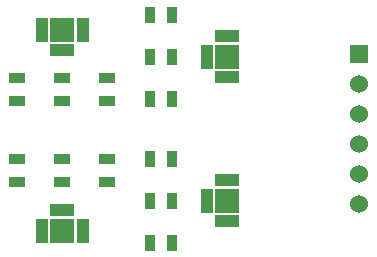
<source format=gts>
G04 (created by PCBNEW (2013-07-07 BZR 4022)-stable) date 11/10/2014 9:18:01 PM*
%MOIN*%
G04 Gerber Fmt 3.4, Leading zero omitted, Abs format*
%FSLAX34Y34*%
G01*
G70*
G90*
G04 APERTURE LIST*
%ADD10C,0.00590551*%
%ADD11R,0.0787402X0.0787402*%
%ADD12R,0.0393701X0.0787402*%
%ADD13R,0.0787402X0.0393701*%
%ADD14R,0.055X0.035*%
%ADD15R,0.035X0.055*%
%ADD16R,0.06X0.06*%
%ADD17C,0.06*%
G04 APERTURE END LIST*
G54D10*
G54D11*
X42500Y-26300D03*
G54D12*
X43180Y-26300D03*
G54D13*
X42500Y-26980D03*
G54D12*
X41820Y-26300D03*
G54D11*
X48000Y-32000D03*
G54D13*
X48000Y-32680D03*
G54D12*
X47320Y-32000D03*
G54D13*
X48000Y-31320D03*
G54D11*
X48000Y-27200D03*
G54D13*
X48000Y-27880D03*
G54D12*
X47320Y-27200D03*
G54D13*
X48000Y-26520D03*
G54D11*
X42500Y-33000D03*
G54D12*
X41820Y-33000D03*
G54D13*
X42500Y-32320D03*
G54D12*
X43180Y-33000D03*
G54D14*
X44000Y-27925D03*
X44000Y-28675D03*
X44000Y-31375D03*
X44000Y-30625D03*
X42500Y-31375D03*
X42500Y-30625D03*
X41000Y-31375D03*
X41000Y-30625D03*
X42500Y-27925D03*
X42500Y-28675D03*
G54D15*
X46175Y-25800D03*
X45425Y-25800D03*
X46175Y-27200D03*
X45425Y-27200D03*
X46175Y-28600D03*
X45425Y-28600D03*
G54D14*
X41000Y-27925D03*
X41000Y-28675D03*
G54D15*
X46175Y-30600D03*
X45425Y-30600D03*
X46175Y-32000D03*
X45425Y-32000D03*
X46175Y-33400D03*
X45425Y-33400D03*
G54D16*
X52400Y-27100D03*
G54D17*
X52400Y-28100D03*
X52400Y-29100D03*
X52400Y-30100D03*
X52400Y-31100D03*
X52400Y-32100D03*
M02*

</source>
